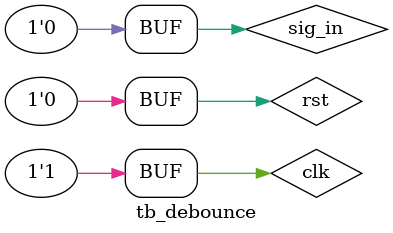
<source format=v>
`timescale 1ns / 1ps


module tb_debounce;

	// Inputs
	reg rst;
	reg clk;
	reg sig_in;

	// Outputs
	wire sig_out;

	// Instantiate the Unit Under Test (UUT)
	debounce_1pulse uut (
		.rst(rst), 
		.clk(clk), 
		.sig_in(sig_in), 
		.sig_out(sig_out)
	);

  always begin
    clk = 0;
    #5;
    clk = 1;
    #5;
  end

  initial begin
  // Initialize Inputs
    rst = 1;
    // Wait 100 ns for global reset to finish
    #105;
    rst = 0;
  end

  initial begin
    sig_in = 0;
    // Wait 100 ns for global reset to finish
    #235;
    sig_in = 1;
    #10;
    sig_in = 0;
    #10;
    sig_in = 1;
    #20;
    sig_in = 0;
    #20;
    sig_in = 1;
    #10_000;     //  ---- 1
    sig_in = 0;
    #20;
    sig_in = 1;
    #20;
    sig_in = 0;
    #10;
    sig_in = 1;
    #10;
    sig_in = 0;
    #10_000;    //  --- 0
    sig_in = 1;
    #10;
    sig_in = 0;
    #10;
    sig_in = 1;
    #20;
    sig_in = 0;
    #20;
    sig_in = 1;
    #400_000_000;     //  ---- 1
    sig_in = 0;
    #20;
    sig_in = 1;
    #20;
    sig_in = 0;
    #10;
    sig_in = 1;
    #10;
    sig_in = 0;
    #10_000;    //  --- 0
  end

endmodule


</source>
